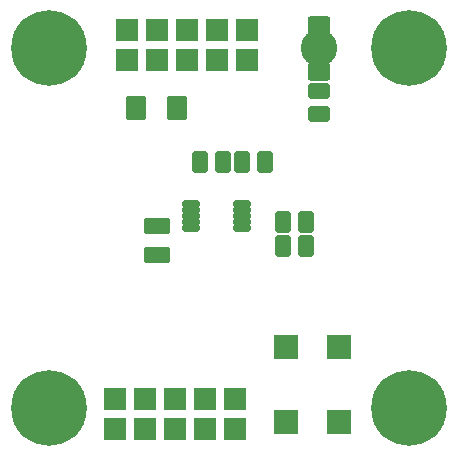
<source format=gbr>
%TF.GenerationSoftware,KiCad,Pcbnew,7.0.7-7.0.7~ubuntu23.04.1*%
%TF.CreationDate,2023-09-17T09:32:36+00:00*%
%TF.ProjectId,RTC02,52544330-322e-46b6-9963-61645f706362,rev?*%
%TF.SameCoordinates,Original*%
%TF.FileFunction,Soldermask,Bot*%
%TF.FilePolarity,Negative*%
%FSLAX46Y46*%
G04 Gerber Fmt 4.6, Leading zero omitted, Abs format (unit mm)*
G04 Created by KiCad (PCBNEW 7.0.7-7.0.7~ubuntu23.04.1) date 2023-09-17 09:32:36*
%MOMM*%
%LPD*%
G01*
G04 APERTURE LIST*
G04 Aperture macros list*
%AMRoundRect*
0 Rectangle with rounded corners*
0 $1 Rounding radius*
0 $2 $3 $4 $5 $6 $7 $8 $9 X,Y pos of 4 corners*
0 Add a 4 corners polygon primitive as box body*
4,1,4,$2,$3,$4,$5,$6,$7,$8,$9,$2,$3,0*
0 Add four circle primitives for the rounded corners*
1,1,$1+$1,$2,$3*
1,1,$1+$1,$4,$5*
1,1,$1+$1,$6,$7*
1,1,$1+$1,$8,$9*
0 Add four rect primitives between the rounded corners*
20,1,$1+$1,$2,$3,$4,$5,0*
20,1,$1+$1,$4,$5,$6,$7,0*
20,1,$1+$1,$6,$7,$8,$9,0*
20,1,$1+$1,$8,$9,$2,$3,0*%
G04 Aperture macros list end*
%ADD10RoundRect,0.200000X-0.762000X0.762000X-0.762000X-0.762000X0.762000X-0.762000X0.762000X0.762000X0*%
%ADD11RoundRect,0.200000X0.762000X-0.762000X0.762000X0.762000X-0.762000X0.762000X-0.762000X-0.762000X0*%
%ADD12C,6.400000*%
%ADD13RoundRect,0.200000X0.838200X-0.838200X0.838200X0.838200X-0.838200X0.838200X-0.838200X-0.838200X0*%
%ADD14RoundRect,0.200000X-0.444500X-0.698500X0.444500X-0.698500X0.444500X0.698500X-0.444500X0.698500X0*%
%ADD15RoundRect,0.200000X-0.650240X-0.849630X0.650240X-0.849630X0.650240X0.849630X-0.650240X0.849630X0*%
%ADD16C,3.100000*%
%ADD17RoundRect,0.200000X-0.750000X0.525000X-0.750000X-0.525000X0.750000X-0.525000X0.750000X0.525000X0*%
%ADD18RoundRect,0.200000X-0.698500X0.444500X-0.698500X-0.444500X0.698500X-0.444500X0.698500X0.444500X0*%
%ADD19RoundRect,0.200000X-0.550000X-0.125000X0.550000X-0.125000X0.550000X0.125000X-0.550000X0.125000X0*%
%ADD20RoundRect,0.200000X0.900000X-0.500000X0.900000X0.500000X-0.900000X0.500000X-0.900000X-0.500000X0*%
%ADD21RoundRect,0.200000X0.444500X0.698500X-0.444500X0.698500X-0.444500X-0.698500X0.444500X-0.698500X0*%
G04 APERTURE END LIST*
D10*
%TO.C,J1*%
X21844000Y37084000D03*
X21844000Y34544000D03*
X19304000Y37084000D03*
X19304000Y34544000D03*
X16764000Y37084000D03*
X16764000Y34544000D03*
X14224000Y37084000D03*
X14224000Y34544000D03*
X11684000Y37084000D03*
X11684000Y34544000D03*
%TD*%
D11*
%TO.C,J2*%
X18288000Y3302000D03*
X18288000Y5842000D03*
%TD*%
%TO.C,J3*%
X15748000Y3302000D03*
X15748000Y5842000D03*
%TD*%
%TO.C,J4*%
X13208000Y3302000D03*
X13208000Y5842000D03*
%TD*%
%TO.C,J5*%
X20828000Y3302000D03*
X20828000Y5842000D03*
%TD*%
D12*
%TO.C,M1*%
X5080000Y5080000D03*
%TD*%
%TO.C,M2*%
X5080000Y35560000D03*
%TD*%
%TO.C,M3*%
X35560000Y35560000D03*
%TD*%
%TO.C,M4*%
X35560000Y5080000D03*
%TD*%
D13*
%TO.C,SW1*%
X25182000Y3962000D03*
X25182000Y10262000D03*
X29682000Y3962000D03*
X29682000Y10262000D03*
%TD*%
D11*
%TO.C,J6*%
X10668000Y3302000D03*
X10668000Y5842000D03*
%TD*%
D14*
%TO.C,C1*%
X24955500Y20828000D03*
X26860500Y20828000D03*
%TD*%
%TO.C,C2*%
X24955500Y18796000D03*
X26860500Y18796000D03*
%TD*%
D15*
%TO.C,D1*%
X15974060Y30480000D03*
X12473940Y30480000D03*
%TD*%
D16*
%TO.C,D2*%
X27940000Y35560000D03*
D17*
X27940000Y33560000D03*
X27940000Y37560000D03*
%TD*%
D18*
%TO.C,R1*%
X27940000Y31940500D03*
X27940000Y30035500D03*
%TD*%
D19*
%TO.C,U1*%
X17154000Y20336000D03*
X17154000Y20836000D03*
X17154000Y21336000D03*
X17154000Y21836000D03*
X17154000Y22336000D03*
X21454000Y22336000D03*
X21454000Y21836000D03*
X21454000Y21336000D03*
X21454000Y20836000D03*
X21454000Y20336000D03*
%TD*%
D20*
%TO.C,Y1*%
X14224000Y20554000D03*
X14224000Y18054000D03*
%TD*%
D21*
%TO.C,R2*%
X19812000Y25908000D03*
X17907000Y25908000D03*
%TD*%
D14*
%TO.C,R3*%
X21463000Y25908000D03*
X23368000Y25908000D03*
%TD*%
M02*

</source>
